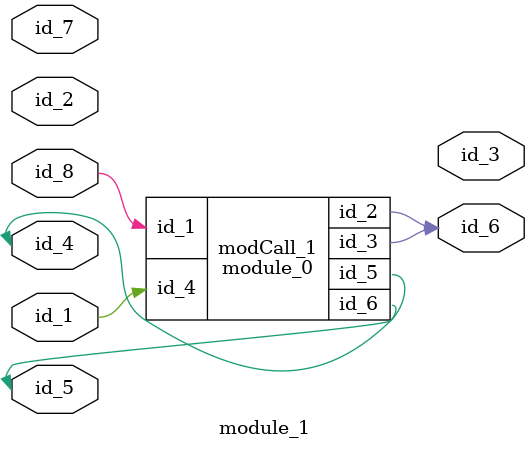
<source format=v>
module module_0 (
    id_1,
    id_2,
    id_3,
    id_4,
    id_5,
    id_6
);
  inout wire id_6;
  inout wire id_5;
  input wire id_4;
  output wire id_3;
  output wand id_2;
  input wire id_1;
  assign id_2 = 1;
endmodule
module module_1 (
    id_1,
    id_2,
    id_3,
    id_4,
    id_5,
    id_6,
    id_7,
    id_8
);
  inout wire id_8;
  input wire id_7;
  module_0 modCall_1 (
      id_8,
      id_6,
      id_6,
      id_1,
      id_4,
      id_5
  );
  output wire id_6;
  inout wire id_5;
  inout wire id_4;
  output wire id_3;
  inout wire id_2;
  input wire id_1;
endmodule

</source>
